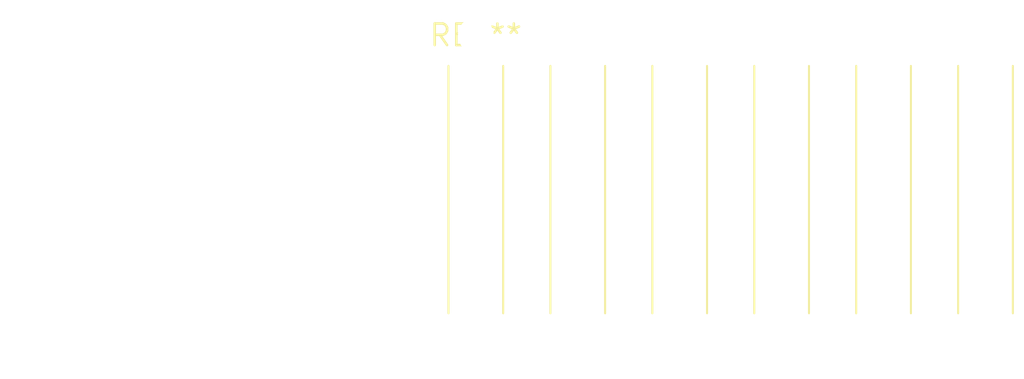
<source format=kicad_pcb>
(kicad_pcb (version 20240108) (generator pcbnew)
  (layers (0 "F.Cu" signal) (31 "B.Cu" signal) (34 "B.Paste" user) (35 "F.Paste" user) (36 "B.SilkS" user "B.Silkscreen") (37 "F.SilkS" user "F.Silkscreen") (38 "B.Mask" user) (39 "F.Mask" user) (44 "Edge.Cuts" user))
  (net 0 "")
  (footprint "SolderWire-1.5sqmm_1x06_P6mm_D1.7mm_OD3mm_Relief" (layer "F.Cu") (at 0 0)
    (property "Reference" "REF**")
    (property "Value" "SolderWire-1.5sqmm_1x06_P6mm_D1.7mm_OD3mm_Relief")
    (fp_line (start -1.61 1.81) (end -1.61 16.39) (layer "F.SilkS") (stroke (width 0.12)))
    (fp_line (start 1.61 1.81) (end 1.61 16.39) (layer "F.SilkS") (stroke (width 0.12)))
    (fp_line (start 4.39 1.81) (end 4.39 16.39) (layer "F.SilkS") (stroke (width 0.12)))
    (fp_line (start 7.61 1.81) (end 7.61 16.39) (layer "F.SilkS") (stroke (width 0.12)))
    (fp_line (start 10.39 1.81) (end 10.39 16.39) (layer "F.SilkS") (stroke (width 0.12)))
    (fp_line (start 13.61 1.81) (end 13.61 16.39) (layer "F.SilkS") (stroke (width 0.12)))
    (fp_line (start 16.39 1.81) (end 16.39 16.39) (layer "F.SilkS") (stroke (width 0.12)))
    (fp_line (start 19.61 1.81) (end 19.61 16.39) (layer "F.SilkS") (stroke (width 0.12)))
    (fp_line (start 22.39 1.81) (end 22.39 16.39) (layer "F.SilkS") (stroke (width 0.12)))
    (fp_line (start 25.61 1.81) (end 25.61 16.39) (layer "F.SilkS") (stroke (width 0.12)))
    (fp_line (start 28.39 1.81) (end 28.39 16.39) (layer "F.SilkS") (stroke (width 0.12)))
    (fp_line (start 31.61 1.81) (end 31.61 16.39) (layer "F.SilkS") (stroke (width 0.12)))
    (pad "" np_thru_hole circle (at 0 18) (size 3.5 3.5) (drill 3.5) (layers *.Cu *.Mask))
    (pad "" np_thru_hole circle (at 6 18) (size 3.5 3.5) (drill 3.5) (layers *.Cu *.Mask))
    (pad "" np_thru_hole circle (at 12 18) (size 3.5 3.5) (drill 3.5) (layers *.Cu *.Mask))
    (pad "" np_thru_hole circle (at 18 18) (size 3.5 3.5) (drill 3.5) (layers *.Cu *.Mask))
    (pad "" np_thru_hole circle (at 24 18) (size 3.5 3.5) (drill 3.5) (layers *.Cu *.Mask))
    (pad "" np_thru_hole circle (at 30 18) (size 3.5 3.5) (drill 3.5) (layers *.Cu *.Mask))
    (pad "1" thru_hole roundrect (at 0 0) (size 3.1 3.1) (drill 2.1) (layers *.Cu *.Mask) (remove_unused_layers) (roundrect_rratio 0.080645))
    (pad "2" thru_hole circle (at 6 0) (size 3.1 3.1) (drill 2.1) (layers *.Cu *.Mask) (remove_unused_layers))
    (pad "3" thru_hole circle (at 12 0) (size 3.1 3.1) (drill 2.1) (layers *.Cu *.Mask) (remove_unused_layers))
    (pad "4" thru_hole circle (at 18 0) (size 3.1 3.1) (drill 2.1) (layers *.Cu *.Mask) (remove_unused_layers))
    (pad "5" thru_hole circle (at 24 0) (size 3.1 3.1) (drill 2.1) (layers *.Cu *.Mask) (remove_unused_layers))
    (pad "6" thru_hole circle (at 30 0) (size 3.1 3.1) (drill 2.1) (layers *.Cu *.Mask) (remove_unused_layers))
  )
)
</source>
